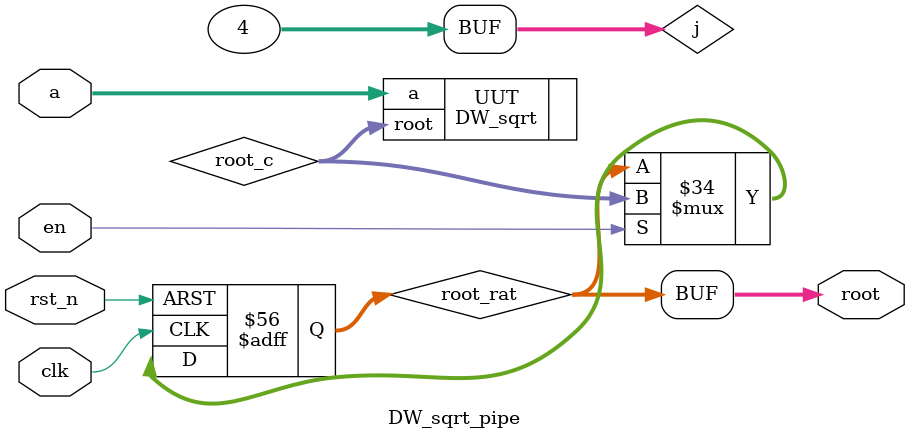
<source format=v>


// Company     : 
// Fixes			 : 1. Extra parameter op_iso_mode in DW model causing func mismatch
//							 	  Changed the internal params to local and added this parameter -- Nithin
//-------------------------------------------------------------------------------------------------
//
// Description : DW_sqrt_pipe is a universal stallabe pipelined square root generator. 
// DW_sqrt_pipe computes the square root of operand a with a latency on num_stages - 1 clock cycles.
//
//-------------------------------------------------------------------------------------------------
`timescale 1ns / 10ps

module DW_sqrt_pipe (
	clk,           //Clock
	rst_n, 	       //Reset, active low
	en, 	       //Load enable
	a, 	       //Radicand
	root 	       //Square root
	)/* synthesis syn_builtin_du = "weak" */;
	
	parameter width = 8;
	parameter tc_mode = 0;
	parameter num_stages = 2;
	parameter stall_mode = 1;
	parameter rst_mode = 2'b01;
	parameter	op_iso_mode = 0;
	/***********************************/
	//Internally generated parameters
//	parameter	count   = width / 2;
	localparam	count     = width / 2;
	localparam   add     = width % 2;
	localparam   part    = count + add;
	/***********************************/

	//Input/output declaration
	input 			clk;    
	input 			rst_n;  
	input 			en;   
	input [width-1 : 0] 	a; 
	
	output [part-1 : 0]    root;
	
	//Internal signal declaration	  
	reg [part-1 : 0]  root;

	integer	i;
	integer	j;	 
	
	reg [(num_stages == 2 ? part : ((num_stages-1)*part))-1:0]  root_r;
	reg [(num_stages == 2 ? part : ((num_stages-1)*part))-1:0]  root_rt;
	reg [(num_stages == 2 ? part : ((num_stages-1)*part))-1:0]  root_ra;
	reg [(num_stages == 2 ? part : ((num_stages-1)*part))-1:0]  root_rat;
	reg [(num_stages == 2 ? part : ((num_stages-1)*part))-1:0]  root_rs;
	reg [(num_stages == 2 ? part : ((num_stages-1)*part))-1:0]  root_rst;
	wire [part-1 : 0]  root_c;

	//Instantiate DW_sqrt
	DW_sqrt #(width, tc_mode) UUT(.a(a), .root(root_c));
	
	/**************** rst_mode = 0; stall_mode = 0  *******************/
	
	//Inserting pipeline registers for root
	always @(posedge clk )
		begin 
			root_r[part-1:0] <= root_c;
			for ( i=0; i < num_stages-2; i = i + 1 )
				begin					
					for ( j=0; j < part; j = j + 1 )
						root_r[(part*(i+1))+j] <= root_r[(part*i)+j];
				end	
		end	  
		
	/**************** rst_mode = 0; stall_mode = 1  *******************/
	
	//Inserting pipeline registers for root 
	always @(posedge clk )
		begin 
			root_rt[part-1:0] <= en ? root_c : root_rt[part-1:0];
			for ( i=0; i < num_stages-2; i = i + 1 )
				begin					
					for ( j=0; j < part; j = j + 1 )
						root_rt[(part*(i+1))+j] <= en ? root_rt[(part*i)+j] : root_rt[(part*(i+1))+j];
				end	
		end	  
		
	/**************** rst_mode = 1; stall_mode = 0  *******************/
	
	//Inserting pipeline registers for root
	always @(posedge clk or negedge rst_n )		
		if ( !rst_n )
			begin 
				root_ra[part-1:0] <= 0;
				for ( i=0; i < num_stages-2; i = i + 1 )
				begin					
					for ( j=0; j < part; j = j + 1 )
						root_ra[(part*(i+1))+j] <= 0;
				end	
			end	 
		else
			begin 
				root_ra[part-1:0] <= root_c;
				for ( i=0; i < num_stages-2; i = i + 1 )
					begin					
						for ( j=0; j < part; j = j + 1 )
							root_ra[(part*(i+1))+j] <= root_ra[(part*i)+j];
					end	
			end	  
		
	/**************** rst_mode = 1; stall_mode = 1  *******************/
	
	//Inserting pipeline registers for root 
	always @(posedge clk or negedge rst_n )
		if ( !rst_n )
			begin 
				root_rat[part-1:0] <= 0;
				for ( i=0; i < num_stages-2; i = i + 1 )
				begin					
					for ( j=0; j < part; j = j + 1 )
						root_rat[(part*(i+1))+j] <= 0;
				end	
			end	 
		else
		begin 
			root_rat[part-1:0] <= en ? root_c : root_rat[part-1:0];
			for ( i=0; i < num_stages-2; i = i + 1 )
				begin					
					for ( j=0; j < part; j = j + 1 )
						root_rat[(part*(i+1))+j] <= en ? root_rat[(part*i)+j] : root_rat[(part*(i+1))+j];
						
				end	
		end	  
		
	/**************** rst_mode = 2; stall_mode = 0  *******************/
	
	//Inserting pipeline registers for root 
	always @(posedge clk )		
		if ( !rst_n )
			begin 
				root_rs[part-1:0] <= 0;
				for ( i=0; i < num_stages-2; i = i + 1 )
				begin					
					for ( j=0; j < part; j = j + 1 )
						root_rs[(part*(i+1))+j] <= 0;
				end	
			end	 
		else
			begin 
				root_rs[part-1:0] <= root_c;
				for ( i=0; i < num_stages-2; i = i + 1 )
					begin					
						for ( j=0; j < part; j = j + 1 )
							root_rs[(part*(i+1))+j] <= root_rs[(part*i)+j];
					end	
			end	  
		
	/**************** rst_mode = 2; stall_mode = 1  *******************/
	
	//Inserting pipeline registers for root 
	always @(posedge clk )
		if ( !rst_n )
			begin 
				root_rst[part-1:0] <= 0;
				for ( i=0; i < num_stages-2; i = i + 1 )
				begin					
					for ( j=0; j < part; j = j + 1 )
						root_rst[(part*(i+1))+j] <= 0;
				end	
			end	 
		else
		begin 
			root_rst[part-1:0] <= en ? root_c : root_rst[part-1:0];
			for ( i=0; i < num_stages-2; i = i + 1 )
				begin					
					for ( j=0; j < part; j = j + 1 )
						root_rst[(part*(i+1))+j] <= en ? root_rst[(part*i)+j] : root_rst[(part*(i+1))+j];
				end	
		end	  
	
	//Updating the output
	always	@( root_r or root_rt or root_ra or root_rat or root_rs or root_rst )
		if ( rst_mode == 2'b00 && stall_mode == 0 )	
			for ( j=0; j < part; j = j + 1 ) 
				root[j] = root_r[(num_stages-2)*part+j];
		else if ( rst_mode == 2'b00 && stall_mode == 1 )
			for ( j=0; j < part; j = j + 1 ) 
				root[j] = root_rt[(num_stages-2)*part+j];
		else if ( rst_mode == 2'b01 && stall_mode == 0 )
			for ( j=0; j < part; j = j + 1 ) 
				root[j] = root_ra[(num_stages-2)*part+j];
		else if ( rst_mode == 2'b01 && stall_mode == 1 )
			for ( j=0; j < part; j = j + 1 ) 
				root[j] = root_rat[(num_stages-2)*part+j];
		else if ( rst_mode == 2'b10 && stall_mode == 0 )		
			for ( j=0; j < part; j = j + 1 ) 
				root[j] = root_rs[(num_stages-2)*part+j];
		else		
			for ( j=0; j < part; j = j + 1 ) 
				root[j] = root_rst[(num_stages-2)*part+j];
		
		
endmodule

</source>
